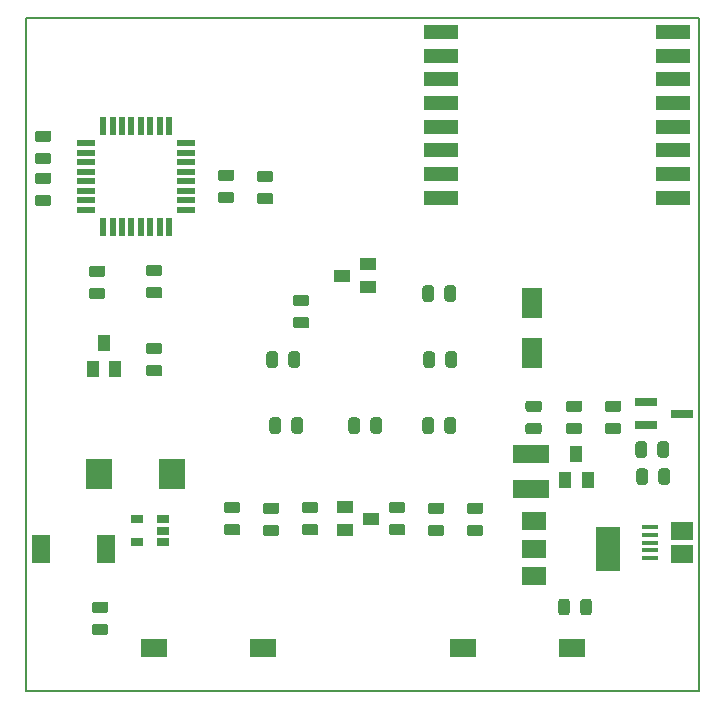
<source format=gtp>
G04 #@! TF.GenerationSoftware,KiCad,Pcbnew,5.1.6-c6e7f7d~87~ubuntu18.04.1*
G04 #@! TF.CreationDate,2020-07-15T21:48:52+02:00*
G04 #@! TF.ProjectId,BT-Pcb-328P,42542d50-6362-42d3-9332-38502e6b6963,3.0*
G04 #@! TF.SameCoordinates,Original*
G04 #@! TF.FileFunction,Paste,Top*
G04 #@! TF.FilePolarity,Positive*
%FSLAX46Y46*%
G04 Gerber Fmt 4.6, Leading zero omitted, Abs format (unit mm)*
G04 Created by KiCad (PCBNEW 5.1.6-c6e7f7d~87~ubuntu18.04.1) date 2020-07-15 21:48:52*
%MOMM*%
%LPD*%
G01*
G04 APERTURE LIST*
G04 #@! TA.AperFunction,Profile*
%ADD10C,0.150000*%
G04 #@! TD*
%ADD11R,1.400000X1.000000*%
%ADD12R,1.000000X1.400000*%
%ADD13R,1.750000X2.650000*%
%ADD14R,2.310000X2.520000*%
%ADD15R,2.180000X1.600000*%
%ADD16R,3.020000X1.510000*%
%ADD17R,1.900000X1.500000*%
%ADD18R,1.350000X0.400000*%
%ADD19R,1.500000X2.400000*%
%ADD20R,1.600000X0.550000*%
%ADD21R,0.550000X1.600000*%
%ADD22R,2.000000X3.800000*%
%ADD23R,2.000000X1.500000*%
%ADD24R,1.060000X0.650000*%
%ADD25R,1.900000X0.800000*%
%ADD26R,3.000000X1.200000*%
G04 APERTURE END LIST*
D10*
X184040000Y-138320000D02*
X184040000Y-81320000D01*
X127040000Y-138320000D02*
X127040000Y-81320000D01*
X127040000Y-138320000D02*
X184040000Y-138320000D01*
X127040000Y-81320000D02*
X184040000Y-81320000D01*
G36*
G01*
X156230500Y-116280250D02*
X156230500Y-115367750D01*
G75*
G02*
X156474250Y-115124000I243750J0D01*
G01*
X156961750Y-115124000D01*
G75*
G02*
X157205500Y-115367750I0J-243750D01*
G01*
X157205500Y-116280250D01*
G75*
G02*
X156961750Y-116524000I-243750J0D01*
G01*
X156474250Y-116524000D01*
G75*
G02*
X156230500Y-116280250I0J243750D01*
G01*
G37*
G36*
G01*
X154355500Y-116280250D02*
X154355500Y-115367750D01*
G75*
G02*
X154599250Y-115124000I243750J0D01*
G01*
X155086750Y-115124000D01*
G75*
G02*
X155330500Y-115367750I0J-243750D01*
G01*
X155330500Y-116280250D01*
G75*
G02*
X155086750Y-116524000I-243750J0D01*
G01*
X154599250Y-116524000D01*
G75*
G02*
X154355500Y-116280250I0J243750D01*
G01*
G37*
D11*
X156294000Y-123698000D03*
X154094000Y-124648000D03*
X154094000Y-122748000D03*
G36*
G01*
X172135500Y-131647250D02*
X172135500Y-130734750D01*
G75*
G02*
X172379250Y-130491000I243750J0D01*
G01*
X172866750Y-130491000D01*
G75*
G02*
X173110500Y-130734750I0J-243750D01*
G01*
X173110500Y-131647250D01*
G75*
G02*
X172866750Y-131891000I-243750J0D01*
G01*
X172379250Y-131891000D01*
G75*
G02*
X172135500Y-131647250I0J243750D01*
G01*
G37*
G36*
G01*
X174010500Y-131647250D02*
X174010500Y-130734750D01*
G75*
G02*
X174254250Y-130491000I243750J0D01*
G01*
X174741750Y-130491000D01*
G75*
G02*
X174985500Y-130734750I0J-243750D01*
G01*
X174985500Y-131647250D01*
G75*
G02*
X174741750Y-131891000I-243750J0D01*
G01*
X174254250Y-131891000D01*
G75*
G02*
X174010500Y-131647250I0J243750D01*
G01*
G37*
D12*
X133670000Y-108798000D03*
X134620000Y-110998000D03*
X132720000Y-110998000D03*
G36*
G01*
X137465750Y-108811000D02*
X138378250Y-108811000D01*
G75*
G02*
X138622000Y-109054750I0J-243750D01*
G01*
X138622000Y-109542250D01*
G75*
G02*
X138378250Y-109786000I-243750J0D01*
G01*
X137465750Y-109786000D01*
G75*
G02*
X137222000Y-109542250I0J243750D01*
G01*
X137222000Y-109054750D01*
G75*
G02*
X137465750Y-108811000I243750J0D01*
G01*
G37*
G36*
G01*
X137465750Y-110686000D02*
X138378250Y-110686000D01*
G75*
G02*
X138622000Y-110929750I0J-243750D01*
G01*
X138622000Y-111417250D01*
G75*
G02*
X138378250Y-111661000I-243750J0D01*
G01*
X137465750Y-111661000D01*
G75*
G02*
X137222000Y-111417250I0J243750D01*
G01*
X137222000Y-110929750D01*
G75*
G02*
X137465750Y-110686000I243750J0D01*
G01*
G37*
G36*
G01*
X128067750Y-90855500D02*
X128980250Y-90855500D01*
G75*
G02*
X129224000Y-91099250I0J-243750D01*
G01*
X129224000Y-91586750D01*
G75*
G02*
X128980250Y-91830500I-243750J0D01*
G01*
X128067750Y-91830500D01*
G75*
G02*
X127824000Y-91586750I0J243750D01*
G01*
X127824000Y-91099250D01*
G75*
G02*
X128067750Y-90855500I243750J0D01*
G01*
G37*
G36*
G01*
X128067750Y-92730500D02*
X128980250Y-92730500D01*
G75*
G02*
X129224000Y-92974250I0J-243750D01*
G01*
X129224000Y-93461750D01*
G75*
G02*
X128980250Y-93705500I-243750J0D01*
G01*
X128067750Y-93705500D01*
G75*
G02*
X127824000Y-93461750I0J243750D01*
G01*
X127824000Y-92974250D01*
G75*
G02*
X128067750Y-92730500I243750J0D01*
G01*
G37*
D13*
X169926000Y-109710000D03*
X169926000Y-105410000D03*
D14*
X139446000Y-119888000D03*
X133246000Y-119888000D03*
D15*
X147094000Y-134620000D03*
X137894000Y-134620000D03*
X173256000Y-134620000D03*
X164056000Y-134620000D03*
D16*
X169799000Y-118258000D03*
X169799000Y-121158000D03*
G36*
G01*
X179636000Y-117399750D02*
X179636000Y-118312250D01*
G75*
G02*
X179392250Y-118556000I-243750J0D01*
G01*
X178904750Y-118556000D01*
G75*
G02*
X178661000Y-118312250I0J243750D01*
G01*
X178661000Y-117399750D01*
G75*
G02*
X178904750Y-117156000I243750J0D01*
G01*
X179392250Y-117156000D01*
G75*
G02*
X179636000Y-117399750I0J-243750D01*
G01*
G37*
G36*
G01*
X181511000Y-117399750D02*
X181511000Y-118312250D01*
G75*
G02*
X181267250Y-118556000I-243750J0D01*
G01*
X180779750Y-118556000D01*
G75*
G02*
X180536000Y-118312250I0J243750D01*
G01*
X180536000Y-117399750D01*
G75*
G02*
X180779750Y-117156000I243750J0D01*
G01*
X181267250Y-117156000D01*
G75*
G02*
X181511000Y-117399750I0J-243750D01*
G01*
G37*
G36*
G01*
X133806250Y-133583500D02*
X132893750Y-133583500D01*
G75*
G02*
X132650000Y-133339750I0J243750D01*
G01*
X132650000Y-132852250D01*
G75*
G02*
X132893750Y-132608500I243750J0D01*
G01*
X133806250Y-132608500D01*
G75*
G02*
X134050000Y-132852250I0J-243750D01*
G01*
X134050000Y-133339750D01*
G75*
G02*
X133806250Y-133583500I-243750J0D01*
G01*
G37*
G36*
G01*
X133806250Y-131708500D02*
X132893750Y-131708500D01*
G75*
G02*
X132650000Y-131464750I0J243750D01*
G01*
X132650000Y-130977250D01*
G75*
G02*
X132893750Y-130733500I243750J0D01*
G01*
X133806250Y-130733500D01*
G75*
G02*
X134050000Y-130977250I0J-243750D01*
G01*
X134050000Y-131464750D01*
G75*
G02*
X133806250Y-131708500I-243750J0D01*
G01*
G37*
G36*
G01*
X133552250Y-105135500D02*
X132639750Y-105135500D01*
G75*
G02*
X132396000Y-104891750I0J243750D01*
G01*
X132396000Y-104404250D01*
G75*
G02*
X132639750Y-104160500I243750J0D01*
G01*
X133552250Y-104160500D01*
G75*
G02*
X133796000Y-104404250I0J-243750D01*
G01*
X133796000Y-104891750D01*
G75*
G02*
X133552250Y-105135500I-243750J0D01*
G01*
G37*
G36*
G01*
X133552250Y-103260500D02*
X132639750Y-103260500D01*
G75*
G02*
X132396000Y-103016750I0J243750D01*
G01*
X132396000Y-102529250D01*
G75*
G02*
X132639750Y-102285500I243750J0D01*
G01*
X133552250Y-102285500D01*
G75*
G02*
X133796000Y-102529250I0J-243750D01*
G01*
X133796000Y-103016750D01*
G75*
G02*
X133552250Y-103260500I-243750J0D01*
G01*
G37*
G36*
G01*
X143561750Y-96032500D02*
X144474250Y-96032500D01*
G75*
G02*
X144718000Y-96276250I0J-243750D01*
G01*
X144718000Y-96763750D01*
G75*
G02*
X144474250Y-97007500I-243750J0D01*
G01*
X143561750Y-97007500D01*
G75*
G02*
X143318000Y-96763750I0J243750D01*
G01*
X143318000Y-96276250D01*
G75*
G02*
X143561750Y-96032500I243750J0D01*
G01*
G37*
G36*
G01*
X143561750Y-94157500D02*
X144474250Y-94157500D01*
G75*
G02*
X144718000Y-94401250I0J-243750D01*
G01*
X144718000Y-94888750D01*
G75*
G02*
X144474250Y-95132500I-243750J0D01*
G01*
X143561750Y-95132500D01*
G75*
G02*
X143318000Y-94888750I0J243750D01*
G01*
X143318000Y-94401250D01*
G75*
G02*
X143561750Y-94157500I243750J0D01*
G01*
G37*
G36*
G01*
X128067750Y-94411500D02*
X128980250Y-94411500D01*
G75*
G02*
X129224000Y-94655250I0J-243750D01*
G01*
X129224000Y-95142750D01*
G75*
G02*
X128980250Y-95386500I-243750J0D01*
G01*
X128067750Y-95386500D01*
G75*
G02*
X127824000Y-95142750I0J243750D01*
G01*
X127824000Y-94655250D01*
G75*
G02*
X128067750Y-94411500I243750J0D01*
G01*
G37*
G36*
G01*
X128067750Y-96286500D02*
X128980250Y-96286500D01*
G75*
G02*
X129224000Y-96530250I0J-243750D01*
G01*
X129224000Y-97017750D01*
G75*
G02*
X128980250Y-97261500I-243750J0D01*
G01*
X128067750Y-97261500D01*
G75*
G02*
X127824000Y-97017750I0J243750D01*
G01*
X127824000Y-96530250D01*
G75*
G02*
X128067750Y-96286500I243750J0D01*
G01*
G37*
G36*
G01*
X147776250Y-95229500D02*
X146863750Y-95229500D01*
G75*
G02*
X146620000Y-94985750I0J243750D01*
G01*
X146620000Y-94498250D01*
G75*
G02*
X146863750Y-94254500I243750J0D01*
G01*
X147776250Y-94254500D01*
G75*
G02*
X148020000Y-94498250I0J-243750D01*
G01*
X148020000Y-94985750D01*
G75*
G02*
X147776250Y-95229500I-243750J0D01*
G01*
G37*
G36*
G01*
X147776250Y-97104500D02*
X146863750Y-97104500D01*
G75*
G02*
X146620000Y-96860750I0J243750D01*
G01*
X146620000Y-96373250D01*
G75*
G02*
X146863750Y-96129500I243750J0D01*
G01*
X147776250Y-96129500D01*
G75*
G02*
X148020000Y-96373250I0J-243750D01*
G01*
X148020000Y-96860750D01*
G75*
G02*
X147776250Y-97104500I-243750J0D01*
G01*
G37*
G36*
G01*
X177240250Y-116565500D02*
X176327750Y-116565500D01*
G75*
G02*
X176084000Y-116321750I0J243750D01*
G01*
X176084000Y-115834250D01*
G75*
G02*
X176327750Y-115590500I243750J0D01*
G01*
X177240250Y-115590500D01*
G75*
G02*
X177484000Y-115834250I0J-243750D01*
G01*
X177484000Y-116321750D01*
G75*
G02*
X177240250Y-116565500I-243750J0D01*
G01*
G37*
G36*
G01*
X177240250Y-114690500D02*
X176327750Y-114690500D01*
G75*
G02*
X176084000Y-114446750I0J243750D01*
G01*
X176084000Y-113959250D01*
G75*
G02*
X176327750Y-113715500I243750J0D01*
G01*
X177240250Y-113715500D01*
G75*
G02*
X177484000Y-113959250I0J-243750D01*
G01*
X177484000Y-114446750D01*
G75*
G02*
X177240250Y-114690500I-243750J0D01*
G01*
G37*
D17*
X182593500Y-124730000D03*
D18*
X179893500Y-126380000D03*
X179893500Y-127030000D03*
X179893500Y-124430000D03*
X179893500Y-125080000D03*
X179893500Y-125730000D03*
D17*
X182593500Y-126730000D03*
D11*
X153840000Y-103124000D03*
X156040000Y-102174000D03*
X156040000Y-104074000D03*
D12*
X173675000Y-118196000D03*
X174625000Y-120396000D03*
X172725000Y-120396000D03*
D19*
X128314000Y-126238000D03*
X133814000Y-126238000D03*
G36*
G01*
X160627000Y-116280250D02*
X160627000Y-115367750D01*
G75*
G02*
X160870750Y-115124000I243750J0D01*
G01*
X161358250Y-115124000D01*
G75*
G02*
X161602000Y-115367750I0J-243750D01*
G01*
X161602000Y-116280250D01*
G75*
G02*
X161358250Y-116524000I-243750J0D01*
G01*
X160870750Y-116524000D01*
G75*
G02*
X160627000Y-116280250I0J243750D01*
G01*
G37*
G36*
G01*
X162502000Y-116280250D02*
X162502000Y-115367750D01*
G75*
G02*
X162745750Y-115124000I243750J0D01*
G01*
X163233250Y-115124000D01*
G75*
G02*
X163477000Y-115367750I0J-243750D01*
G01*
X163477000Y-116280250D01*
G75*
G02*
X163233250Y-116524000I-243750J0D01*
G01*
X162745750Y-116524000D01*
G75*
G02*
X162502000Y-116280250I0J243750D01*
G01*
G37*
G36*
G01*
X162502000Y-105104250D02*
X162502000Y-104191750D01*
G75*
G02*
X162745750Y-103948000I243750J0D01*
G01*
X163233250Y-103948000D01*
G75*
G02*
X163477000Y-104191750I0J-243750D01*
G01*
X163477000Y-105104250D01*
G75*
G02*
X163233250Y-105348000I-243750J0D01*
G01*
X162745750Y-105348000D01*
G75*
G02*
X162502000Y-105104250I0J243750D01*
G01*
G37*
G36*
G01*
X160627000Y-105104250D02*
X160627000Y-104191750D01*
G75*
G02*
X160870750Y-103948000I243750J0D01*
G01*
X161358250Y-103948000D01*
G75*
G02*
X161602000Y-104191750I0J-243750D01*
G01*
X161602000Y-105104250D01*
G75*
G02*
X161358250Y-105348000I-243750J0D01*
G01*
X160870750Y-105348000D01*
G75*
G02*
X160627000Y-105104250I0J243750D01*
G01*
G37*
G36*
G01*
X150269000Y-109779750D02*
X150269000Y-110692250D01*
G75*
G02*
X150025250Y-110936000I-243750J0D01*
G01*
X149537750Y-110936000D01*
G75*
G02*
X149294000Y-110692250I0J243750D01*
G01*
X149294000Y-109779750D01*
G75*
G02*
X149537750Y-109536000I243750J0D01*
G01*
X150025250Y-109536000D01*
G75*
G02*
X150269000Y-109779750I0J-243750D01*
G01*
G37*
G36*
G01*
X148394000Y-109779750D02*
X148394000Y-110692250D01*
G75*
G02*
X148150250Y-110936000I-243750J0D01*
G01*
X147662750Y-110936000D01*
G75*
G02*
X147419000Y-110692250I0J243750D01*
G01*
X147419000Y-109779750D01*
G75*
G02*
X147662750Y-109536000I243750J0D01*
G01*
X148150250Y-109536000D01*
G75*
G02*
X148394000Y-109779750I0J-243750D01*
G01*
G37*
G36*
G01*
X148648000Y-115367750D02*
X148648000Y-116280250D01*
G75*
G02*
X148404250Y-116524000I-243750J0D01*
G01*
X147916750Y-116524000D01*
G75*
G02*
X147673000Y-116280250I0J243750D01*
G01*
X147673000Y-115367750D01*
G75*
G02*
X147916750Y-115124000I243750J0D01*
G01*
X148404250Y-115124000D01*
G75*
G02*
X148648000Y-115367750I0J-243750D01*
G01*
G37*
G36*
G01*
X150523000Y-115367750D02*
X150523000Y-116280250D01*
G75*
G02*
X150279250Y-116524000I-243750J0D01*
G01*
X149791750Y-116524000D01*
G75*
G02*
X149548000Y-116280250I0J243750D01*
G01*
X149548000Y-115367750D01*
G75*
G02*
X149791750Y-115124000I243750J0D01*
G01*
X150279250Y-115124000D01*
G75*
G02*
X150523000Y-115367750I0J-243750D01*
G01*
G37*
G36*
G01*
X160705500Y-110692250D02*
X160705500Y-109779750D01*
G75*
G02*
X160949250Y-109536000I243750J0D01*
G01*
X161436750Y-109536000D01*
G75*
G02*
X161680500Y-109779750I0J-243750D01*
G01*
X161680500Y-110692250D01*
G75*
G02*
X161436750Y-110936000I-243750J0D01*
G01*
X160949250Y-110936000D01*
G75*
G02*
X160705500Y-110692250I0J243750D01*
G01*
G37*
G36*
G01*
X162580500Y-110692250D02*
X162580500Y-109779750D01*
G75*
G02*
X162824250Y-109536000I243750J0D01*
G01*
X163311750Y-109536000D01*
G75*
G02*
X163555500Y-109779750I0J-243750D01*
G01*
X163555500Y-110692250D01*
G75*
G02*
X163311750Y-110936000I-243750J0D01*
G01*
X162824250Y-110936000D01*
G75*
G02*
X162580500Y-110692250I0J243750D01*
G01*
G37*
D20*
X132148000Y-91942000D03*
X132148000Y-92742000D03*
X132148000Y-93542000D03*
X132148000Y-94342000D03*
X132148000Y-95142000D03*
X132148000Y-95942000D03*
X132148000Y-96742000D03*
X132148000Y-97542000D03*
D21*
X133598000Y-98992000D03*
X134398000Y-98992000D03*
X135198000Y-98992000D03*
X135998000Y-98992000D03*
X136798000Y-98992000D03*
X137598000Y-98992000D03*
X138398000Y-98992000D03*
X139198000Y-98992000D03*
D20*
X140648000Y-97542000D03*
X140648000Y-96742000D03*
X140648000Y-95942000D03*
X140648000Y-95142000D03*
X140648000Y-94342000D03*
X140648000Y-93542000D03*
X140648000Y-92742000D03*
X140648000Y-91942000D03*
D21*
X139198000Y-90492000D03*
X138398000Y-90492000D03*
X137598000Y-90492000D03*
X136798000Y-90492000D03*
X135998000Y-90492000D03*
X135198000Y-90492000D03*
X134398000Y-90492000D03*
X133598000Y-90492000D03*
D22*
X176378000Y-126238000D03*
D23*
X170078000Y-126238000D03*
X170078000Y-128538000D03*
X170078000Y-123938000D03*
D24*
X138684000Y-125664000D03*
X138684000Y-124714000D03*
X138684000Y-123764000D03*
X136484000Y-123764000D03*
X136484000Y-125664000D03*
D25*
X179602000Y-113858000D03*
X179602000Y-115758000D03*
X182602000Y-114808000D03*
G36*
G01*
X164643750Y-122351500D02*
X165556250Y-122351500D01*
G75*
G02*
X165800000Y-122595250I0J-243750D01*
G01*
X165800000Y-123082750D01*
G75*
G02*
X165556250Y-123326500I-243750J0D01*
G01*
X164643750Y-123326500D01*
G75*
G02*
X164400000Y-123082750I0J243750D01*
G01*
X164400000Y-122595250D01*
G75*
G02*
X164643750Y-122351500I243750J0D01*
G01*
G37*
G36*
G01*
X164643750Y-124226500D02*
X165556250Y-124226500D01*
G75*
G02*
X165800000Y-124470250I0J-243750D01*
G01*
X165800000Y-124957750D01*
G75*
G02*
X165556250Y-125201500I-243750J0D01*
G01*
X164643750Y-125201500D01*
G75*
G02*
X164400000Y-124957750I0J243750D01*
G01*
X164400000Y-124470250D01*
G75*
G02*
X164643750Y-124226500I243750J0D01*
G01*
G37*
G36*
G01*
X149911750Y-106622000D02*
X150824250Y-106622000D01*
G75*
G02*
X151068000Y-106865750I0J-243750D01*
G01*
X151068000Y-107353250D01*
G75*
G02*
X150824250Y-107597000I-243750J0D01*
G01*
X149911750Y-107597000D01*
G75*
G02*
X149668000Y-107353250I0J243750D01*
G01*
X149668000Y-106865750D01*
G75*
G02*
X149911750Y-106622000I243750J0D01*
G01*
G37*
G36*
G01*
X149911750Y-104747000D02*
X150824250Y-104747000D01*
G75*
G02*
X151068000Y-104990750I0J-243750D01*
G01*
X151068000Y-105478250D01*
G75*
G02*
X150824250Y-105722000I-243750J0D01*
G01*
X149911750Y-105722000D01*
G75*
G02*
X149668000Y-105478250I0J243750D01*
G01*
X149668000Y-104990750D01*
G75*
G02*
X149911750Y-104747000I243750J0D01*
G01*
G37*
G36*
G01*
X137465750Y-104082000D02*
X138378250Y-104082000D01*
G75*
G02*
X138622000Y-104325750I0J-243750D01*
G01*
X138622000Y-104813250D01*
G75*
G02*
X138378250Y-105057000I-243750J0D01*
G01*
X137465750Y-105057000D01*
G75*
G02*
X137222000Y-104813250I0J243750D01*
G01*
X137222000Y-104325750D01*
G75*
G02*
X137465750Y-104082000I243750J0D01*
G01*
G37*
G36*
G01*
X137465750Y-102207000D02*
X138378250Y-102207000D01*
G75*
G02*
X138622000Y-102450750I0J-243750D01*
G01*
X138622000Y-102938250D01*
G75*
G02*
X138378250Y-103182000I-243750J0D01*
G01*
X137465750Y-103182000D01*
G75*
G02*
X137222000Y-102938250I0J243750D01*
G01*
X137222000Y-102450750D01*
G75*
G02*
X137465750Y-102207000I243750J0D01*
G01*
G37*
G36*
G01*
X169596750Y-113715500D02*
X170509250Y-113715500D01*
G75*
G02*
X170753000Y-113959250I0J-243750D01*
G01*
X170753000Y-114446750D01*
G75*
G02*
X170509250Y-114690500I-243750J0D01*
G01*
X169596750Y-114690500D01*
G75*
G02*
X169353000Y-114446750I0J243750D01*
G01*
X169353000Y-113959250D01*
G75*
G02*
X169596750Y-113715500I243750J0D01*
G01*
G37*
G36*
G01*
X169596750Y-115590500D02*
X170509250Y-115590500D01*
G75*
G02*
X170753000Y-115834250I0J-243750D01*
G01*
X170753000Y-116321750D01*
G75*
G02*
X170509250Y-116565500I-243750J0D01*
G01*
X169596750Y-116565500D01*
G75*
G02*
X169353000Y-116321750I0J243750D01*
G01*
X169353000Y-115834250D01*
G75*
G02*
X169596750Y-115590500I243750J0D01*
G01*
G37*
G36*
G01*
X144069750Y-124148000D02*
X144982250Y-124148000D01*
G75*
G02*
X145226000Y-124391750I0J-243750D01*
G01*
X145226000Y-124879250D01*
G75*
G02*
X144982250Y-125123000I-243750J0D01*
G01*
X144069750Y-125123000D01*
G75*
G02*
X143826000Y-124879250I0J243750D01*
G01*
X143826000Y-124391750D01*
G75*
G02*
X144069750Y-124148000I243750J0D01*
G01*
G37*
G36*
G01*
X144069750Y-122273000D02*
X144982250Y-122273000D01*
G75*
G02*
X145226000Y-122516750I0J-243750D01*
G01*
X145226000Y-123004250D01*
G75*
G02*
X144982250Y-123248000I-243750J0D01*
G01*
X144069750Y-123248000D01*
G75*
G02*
X143826000Y-123004250I0J243750D01*
G01*
X143826000Y-122516750D01*
G75*
G02*
X144069750Y-122273000I243750J0D01*
G01*
G37*
G36*
G01*
X173025750Y-113715500D02*
X173938250Y-113715500D01*
G75*
G02*
X174182000Y-113959250I0J-243750D01*
G01*
X174182000Y-114446750D01*
G75*
G02*
X173938250Y-114690500I-243750J0D01*
G01*
X173025750Y-114690500D01*
G75*
G02*
X172782000Y-114446750I0J243750D01*
G01*
X172782000Y-113959250D01*
G75*
G02*
X173025750Y-113715500I243750J0D01*
G01*
G37*
G36*
G01*
X173025750Y-115590500D02*
X173938250Y-115590500D01*
G75*
G02*
X174182000Y-115834250I0J-243750D01*
G01*
X174182000Y-116321750D01*
G75*
G02*
X173938250Y-116565500I-243750J0D01*
G01*
X173025750Y-116565500D01*
G75*
G02*
X172782000Y-116321750I0J243750D01*
G01*
X172782000Y-115834250D01*
G75*
G02*
X173025750Y-115590500I243750J0D01*
G01*
G37*
G36*
G01*
X147371750Y-124226500D02*
X148284250Y-124226500D01*
G75*
G02*
X148528000Y-124470250I0J-243750D01*
G01*
X148528000Y-124957750D01*
G75*
G02*
X148284250Y-125201500I-243750J0D01*
G01*
X147371750Y-125201500D01*
G75*
G02*
X147128000Y-124957750I0J243750D01*
G01*
X147128000Y-124470250D01*
G75*
G02*
X147371750Y-124226500I243750J0D01*
G01*
G37*
G36*
G01*
X147371750Y-122351500D02*
X148284250Y-122351500D01*
G75*
G02*
X148528000Y-122595250I0J-243750D01*
G01*
X148528000Y-123082750D01*
G75*
G02*
X148284250Y-123326500I-243750J0D01*
G01*
X147371750Y-123326500D01*
G75*
G02*
X147128000Y-123082750I0J243750D01*
G01*
X147128000Y-122595250D01*
G75*
G02*
X147371750Y-122351500I243750J0D01*
G01*
G37*
G36*
G01*
X158039750Y-122273000D02*
X158952250Y-122273000D01*
G75*
G02*
X159196000Y-122516750I0J-243750D01*
G01*
X159196000Y-123004250D01*
G75*
G02*
X158952250Y-123248000I-243750J0D01*
G01*
X158039750Y-123248000D01*
G75*
G02*
X157796000Y-123004250I0J243750D01*
G01*
X157796000Y-122516750D01*
G75*
G02*
X158039750Y-122273000I243750J0D01*
G01*
G37*
G36*
G01*
X158039750Y-124148000D02*
X158952250Y-124148000D01*
G75*
G02*
X159196000Y-124391750I0J-243750D01*
G01*
X159196000Y-124879250D01*
G75*
G02*
X158952250Y-125123000I-243750J0D01*
G01*
X158039750Y-125123000D01*
G75*
G02*
X157796000Y-124879250I0J243750D01*
G01*
X157796000Y-124391750D01*
G75*
G02*
X158039750Y-124148000I243750J0D01*
G01*
G37*
G36*
G01*
X150673750Y-124148000D02*
X151586250Y-124148000D01*
G75*
G02*
X151830000Y-124391750I0J-243750D01*
G01*
X151830000Y-124879250D01*
G75*
G02*
X151586250Y-125123000I-243750J0D01*
G01*
X150673750Y-125123000D01*
G75*
G02*
X150430000Y-124879250I0J243750D01*
G01*
X150430000Y-124391750D01*
G75*
G02*
X150673750Y-124148000I243750J0D01*
G01*
G37*
G36*
G01*
X150673750Y-122273000D02*
X151586250Y-122273000D01*
G75*
G02*
X151830000Y-122516750I0J-243750D01*
G01*
X151830000Y-123004250D01*
G75*
G02*
X151586250Y-123248000I-243750J0D01*
G01*
X150673750Y-123248000D01*
G75*
G02*
X150430000Y-123004250I0J243750D01*
G01*
X150430000Y-122516750D01*
G75*
G02*
X150673750Y-122273000I243750J0D01*
G01*
G37*
G36*
G01*
X161341750Y-124226500D02*
X162254250Y-124226500D01*
G75*
G02*
X162498000Y-124470250I0J-243750D01*
G01*
X162498000Y-124957750D01*
G75*
G02*
X162254250Y-125201500I-243750J0D01*
G01*
X161341750Y-125201500D01*
G75*
G02*
X161098000Y-124957750I0J243750D01*
G01*
X161098000Y-124470250D01*
G75*
G02*
X161341750Y-124226500I243750J0D01*
G01*
G37*
G36*
G01*
X161341750Y-122351500D02*
X162254250Y-122351500D01*
G75*
G02*
X162498000Y-122595250I0J-243750D01*
G01*
X162498000Y-123082750D01*
G75*
G02*
X162254250Y-123326500I-243750J0D01*
G01*
X161341750Y-123326500D01*
G75*
G02*
X161098000Y-123082750I0J243750D01*
G01*
X161098000Y-122595250D01*
G75*
G02*
X161341750Y-122351500I243750J0D01*
G01*
G37*
G36*
G01*
X181589500Y-119685750D02*
X181589500Y-120598250D01*
G75*
G02*
X181345750Y-120842000I-243750J0D01*
G01*
X180858250Y-120842000D01*
G75*
G02*
X180614500Y-120598250I0J243750D01*
G01*
X180614500Y-119685750D01*
G75*
G02*
X180858250Y-119442000I243750J0D01*
G01*
X181345750Y-119442000D01*
G75*
G02*
X181589500Y-119685750I0J-243750D01*
G01*
G37*
G36*
G01*
X179714500Y-119685750D02*
X179714500Y-120598250D01*
G75*
G02*
X179470750Y-120842000I-243750J0D01*
G01*
X178983250Y-120842000D01*
G75*
G02*
X178739500Y-120598250I0J243750D01*
G01*
X178739500Y-119685750D01*
G75*
G02*
X178983250Y-119442000I243750J0D01*
G01*
X179470750Y-119442000D01*
G75*
G02*
X179714500Y-119685750I0J-243750D01*
G01*
G37*
D26*
X181867000Y-96520000D03*
X181867000Y-94520000D03*
X181867000Y-92520000D03*
X181867000Y-90520000D03*
X181867000Y-88520000D03*
X181867000Y-86520000D03*
X181867000Y-84520000D03*
X181867000Y-82520000D03*
X162167000Y-82520000D03*
X162167000Y-84520000D03*
X162167000Y-86520000D03*
X162167000Y-88520000D03*
X162167000Y-90520000D03*
X162167000Y-92520000D03*
X162167000Y-94520000D03*
X162167000Y-96520000D03*
M02*

</source>
